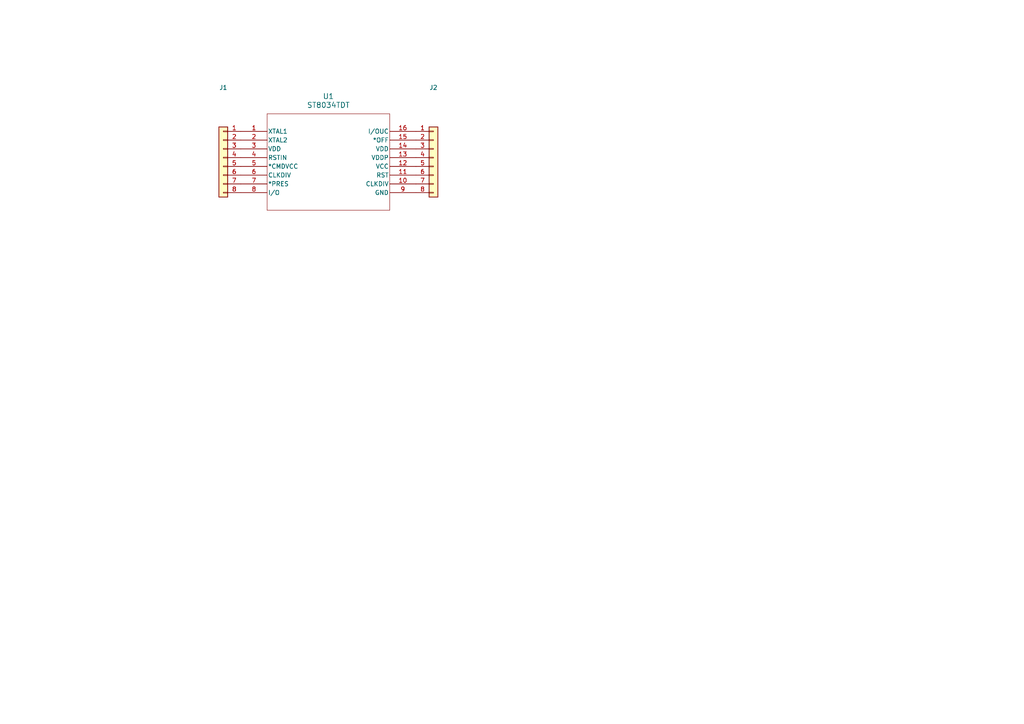
<source format=kicad_sch>
(kicad_sch
	(version 20231120)
	(generator "eeschema")
	(generator_version "8.0")
	(uuid "0d35483a-0b12-46cc-b9f2-896fd6831779")
	(paper "A4")
	(title_block
		(date "sam. 04 avril 2015")
	)
	(lib_symbols
		(symbol "Connector_Generic:Conn_01x08"
			(pin_names
				(offset 1.016) hide)
			(exclude_from_sim no)
			(in_bom yes)
			(on_board yes)
			(property "Reference" "J"
				(at 0 10.16 0)
				(effects
					(font
						(size 1.27 1.27)
					)
				)
			)
			(property "Value" "Conn_01x08"
				(at 0 -12.7 0)
				(effects
					(font
						(size 1.27 1.27)
					)
				)
			)
			(property "Footprint" ""
				(at 0 0 0)
				(effects
					(font
						(size 1.27 1.27)
					)
					(hide yes)
				)
			)
			(property "Datasheet" "~"
				(at 0 0 0)
				(effects
					(font
						(size 1.27 1.27)
					)
					(hide yes)
				)
			)
			(property "Description" "Generic connector, single row, 01x08, script generated (kicad-library-utils/schlib/autogen/connector/)"
				(at 0 0 0)
				(effects
					(font
						(size 1.27 1.27)
					)
					(hide yes)
				)
			)
			(property "ki_keywords" "connector"
				(at 0 0 0)
				(effects
					(font
						(size 1.27 1.27)
					)
					(hide yes)
				)
			)
			(property "ki_fp_filters" "Connector*:*_1x??_*"
				(at 0 0 0)
				(effects
					(font
						(size 1.27 1.27)
					)
					(hide yes)
				)
			)
			(symbol "Conn_01x08_1_1"
				(rectangle
					(start -1.27 -10.033)
					(end 0 -10.287)
					(stroke
						(width 0.1524)
						(type default)
					)
					(fill
						(type none)
					)
				)
				(rectangle
					(start -1.27 -7.493)
					(end 0 -7.747)
					(stroke
						(width 0.1524)
						(type default)
					)
					(fill
						(type none)
					)
				)
				(rectangle
					(start -1.27 -4.953)
					(end 0 -5.207)
					(stroke
						(width 0.1524)
						(type default)
					)
					(fill
						(type none)
					)
				)
				(rectangle
					(start -1.27 -2.413)
					(end 0 -2.667)
					(stroke
						(width 0.1524)
						(type default)
					)
					(fill
						(type none)
					)
				)
				(rectangle
					(start -1.27 0.127)
					(end 0 -0.127)
					(stroke
						(width 0.1524)
						(type default)
					)
					(fill
						(type none)
					)
				)
				(rectangle
					(start -1.27 2.667)
					(end 0 2.413)
					(stroke
						(width 0.1524)
						(type default)
					)
					(fill
						(type none)
					)
				)
				(rectangle
					(start -1.27 5.207)
					(end 0 4.953)
					(stroke
						(width 0.1524)
						(type default)
					)
					(fill
						(type none)
					)
				)
				(rectangle
					(start -1.27 7.747)
					(end 0 7.493)
					(stroke
						(width 0.1524)
						(type default)
					)
					(fill
						(type none)
					)
				)
				(rectangle
					(start -1.27 8.89)
					(end 1.27 -11.43)
					(stroke
						(width 0.254)
						(type default)
					)
					(fill
						(type background)
					)
				)
				(pin passive line
					(at -5.08 7.62 0)
					(length 3.81)
					(name "Pin_1"
						(effects
							(font
								(size 1.27 1.27)
							)
						)
					)
					(number "1"
						(effects
							(font
								(size 1.27 1.27)
							)
						)
					)
				)
				(pin passive line
					(at -5.08 5.08 0)
					(length 3.81)
					(name "Pin_2"
						(effects
							(font
								(size 1.27 1.27)
							)
						)
					)
					(number "2"
						(effects
							(font
								(size 1.27 1.27)
							)
						)
					)
				)
				(pin passive line
					(at -5.08 2.54 0)
					(length 3.81)
					(name "Pin_3"
						(effects
							(font
								(size 1.27 1.27)
							)
						)
					)
					(number "3"
						(effects
							(font
								(size 1.27 1.27)
							)
						)
					)
				)
				(pin passive line
					(at -5.08 0 0)
					(length 3.81)
					(name "Pin_4"
						(effects
							(font
								(size 1.27 1.27)
							)
						)
					)
					(number "4"
						(effects
							(font
								(size 1.27 1.27)
							)
						)
					)
				)
				(pin passive line
					(at -5.08 -2.54 0)
					(length 3.81)
					(name "Pin_5"
						(effects
							(font
								(size 1.27 1.27)
							)
						)
					)
					(number "5"
						(effects
							(font
								(size 1.27 1.27)
							)
						)
					)
				)
				(pin passive line
					(at -5.08 -5.08 0)
					(length 3.81)
					(name "Pin_6"
						(effects
							(font
								(size 1.27 1.27)
							)
						)
					)
					(number "6"
						(effects
							(font
								(size 1.27 1.27)
							)
						)
					)
				)
				(pin passive line
					(at -5.08 -7.62 0)
					(length 3.81)
					(name "Pin_7"
						(effects
							(font
								(size 1.27 1.27)
							)
						)
					)
					(number "7"
						(effects
							(font
								(size 1.27 1.27)
							)
						)
					)
				)
				(pin passive line
					(at -5.08 -10.16 0)
					(length 3.81)
					(name "Pin_8"
						(effects
							(font
								(size 1.27 1.27)
							)
						)
					)
					(number "8"
						(effects
							(font
								(size 1.27 1.27)
							)
						)
					)
				)
			)
		)
		(symbol "project_custom:ST8034TDT"
			(pin_names
				(offset 0.254)
			)
			(exclude_from_sim no)
			(in_bom yes)
			(on_board yes)
			(property "Reference" "U"
				(at 25.4 10.16 0)
				(effects
					(font
						(size 1.524 1.524)
					)
				)
			)
			(property "Value" "ST8034TDT"
				(at 25.4 7.62 0)
				(effects
					(font
						(size 1.524 1.524)
					)
				)
			)
			(property "Footprint" "project_custom:SO-16_STM"
				(at 0 0 0)
				(effects
					(font
						(size 1.27 1.27)
						(italic yes)
					)
					(hide yes)
				)
			)
			(property "Datasheet" "ST8034TDT"
				(at 0 0 0)
				(effects
					(font
						(size 1.27 1.27)
						(italic yes)
					)
					(hide yes)
				)
			)
			(property "Description" ""
				(at 0 0 0)
				(effects
					(font
						(size 1.27 1.27)
					)
					(hide yes)
				)
			)
			(property "ki_keywords" "ST8034TDT"
				(at 0 0 0)
				(effects
					(font
						(size 1.27 1.27)
					)
					(hide yes)
				)
			)
			(property "ki_fp_filters" "SO-16_STM SO-16_STM-M SO-16_STM-L"
				(at 0 0 0)
				(effects
					(font
						(size 1.27 1.27)
					)
					(hide yes)
				)
			)
			(symbol "ST8034TDT_0_1"
				(polyline
					(pts
						(xy 7.62 -22.86) (xy 43.18 -22.86)
					)
					(stroke
						(width 0.127)
						(type default)
					)
					(fill
						(type none)
					)
				)
				(polyline
					(pts
						(xy 7.62 5.08) (xy 7.62 -22.86)
					)
					(stroke
						(width 0.127)
						(type default)
					)
					(fill
						(type none)
					)
				)
				(polyline
					(pts
						(xy 43.18 -22.86) (xy 43.18 5.08)
					)
					(stroke
						(width 0.127)
						(type default)
					)
					(fill
						(type none)
					)
				)
				(polyline
					(pts
						(xy 43.18 5.08) (xy 7.62 5.08)
					)
					(stroke
						(width 0.127)
						(type default)
					)
					(fill
						(type none)
					)
				)
				(pin input line
					(at 0 0 0)
					(length 7.62)
					(name "XTAL1"
						(effects
							(font
								(size 1.27 1.27)
							)
						)
					)
					(number "1"
						(effects
							(font
								(size 1.27 1.27)
							)
						)
					)
				)
				(pin unspecified line
					(at 50.8 -15.24 180)
					(length 7.62)
					(name "CLKDIV"
						(effects
							(font
								(size 1.27 1.27)
							)
						)
					)
					(number "10"
						(effects
							(font
								(size 1.27 1.27)
							)
						)
					)
				)
				(pin output line
					(at 50.8 -12.7 180)
					(length 7.62)
					(name "RST"
						(effects
							(font
								(size 1.27 1.27)
							)
						)
					)
					(number "11"
						(effects
							(font
								(size 1.27 1.27)
							)
						)
					)
				)
				(pin power_in line
					(at 50.8 -10.16 180)
					(length 7.62)
					(name "VCC"
						(effects
							(font
								(size 1.27 1.27)
							)
						)
					)
					(number "12"
						(effects
							(font
								(size 1.27 1.27)
							)
						)
					)
				)
				(pin power_in line
					(at 50.8 -7.62 180)
					(length 7.62)
					(name "VDDP"
						(effects
							(font
								(size 1.27 1.27)
							)
						)
					)
					(number "13"
						(effects
							(font
								(size 1.27 1.27)
							)
						)
					)
				)
				(pin power_in line
					(at 50.8 -5.08 180)
					(length 7.62)
					(name "VDD"
						(effects
							(font
								(size 1.27 1.27)
							)
						)
					)
					(number "14"
						(effects
							(font
								(size 1.27 1.27)
							)
						)
					)
				)
				(pin output line
					(at 50.8 -2.54 180)
					(length 7.62)
					(name "*OFF"
						(effects
							(font
								(size 1.27 1.27)
							)
						)
					)
					(number "15"
						(effects
							(font
								(size 1.27 1.27)
							)
						)
					)
				)
				(pin bidirectional line
					(at 50.8 0 180)
					(length 7.62)
					(name "I/OUC"
						(effects
							(font
								(size 1.27 1.27)
							)
						)
					)
					(number "16"
						(effects
							(font
								(size 1.27 1.27)
							)
						)
					)
				)
				(pin unspecified line
					(at 0 -2.54 0)
					(length 7.62)
					(name "XTAL2"
						(effects
							(font
								(size 1.27 1.27)
							)
						)
					)
					(number "2"
						(effects
							(font
								(size 1.27 1.27)
							)
						)
					)
				)
				(pin power_in line
					(at 0 -5.08 0)
					(length 7.62)
					(name "VDD"
						(effects
							(font
								(size 1.27 1.27)
							)
						)
					)
					(number "3"
						(effects
							(font
								(size 1.27 1.27)
							)
						)
					)
				)
				(pin input line
					(at 0 -7.62 0)
					(length 7.62)
					(name "RSTIN"
						(effects
							(font
								(size 1.27 1.27)
							)
						)
					)
					(number "4"
						(effects
							(font
								(size 1.27 1.27)
							)
						)
					)
				)
				(pin power_in line
					(at 0 -10.16 0)
					(length 7.62)
					(name "*CMDVCC"
						(effects
							(font
								(size 1.27 1.27)
							)
						)
					)
					(number "5"
						(effects
							(font
								(size 1.27 1.27)
							)
						)
					)
				)
				(pin unspecified line
					(at 0 -12.7 0)
					(length 7.62)
					(name "CLKDIV"
						(effects
							(font
								(size 1.27 1.27)
							)
						)
					)
					(number "6"
						(effects
							(font
								(size 1.27 1.27)
							)
						)
					)
				)
				(pin input line
					(at 0 -15.24 0)
					(length 7.62)
					(name "*PRES"
						(effects
							(font
								(size 1.27 1.27)
							)
						)
					)
					(number "7"
						(effects
							(font
								(size 1.27 1.27)
							)
						)
					)
				)
				(pin bidirectional line
					(at 0 -17.78 0)
					(length 7.62)
					(name "I/O"
						(effects
							(font
								(size 1.27 1.27)
							)
						)
					)
					(number "8"
						(effects
							(font
								(size 1.27 1.27)
							)
						)
					)
				)
				(pin power_in line
					(at 50.8 -17.78 180)
					(length 7.62)
					(name "GND"
						(effects
							(font
								(size 1.27 1.27)
							)
						)
					)
					(number "9"
						(effects
							(font
								(size 1.27 1.27)
							)
						)
					)
				)
			)
		)
	)
	(symbol
		(lib_id "Connector_Generic:Conn_01x08")
		(at 64.77 45.72 0)
		(mirror y)
		(unit 1)
		(exclude_from_sim no)
		(in_bom yes)
		(on_board yes)
		(dnp no)
		(uuid "00000000-0000-0000-0000-000056d719df")
		(property "Reference" "J1"
			(at 64.77 25.4 0)
			(effects
				(font
					(size 1.27 1.27)
				)
			)
		)
		(property "Value" "Analog"
			(at 64.77 66.04 0)
			(effects
				(font
					(size 1.27 1.27)
				)
				(hide yes)
			)
		)
		(property "Footprint" "Connector_PinHeader_2.54mm:PinHeader_1x08_P2.54mm_Vertical"
			(at 64.77 45.72 0)
			(effects
				(font
					(size 1.27 1.27)
				)
				(hide yes)
			)
		)
		(property "Datasheet" "~"
			(at 64.77 45.72 0)
			(effects
				(font
					(size 1.27 1.27)
				)
				(hide yes)
			)
		)
		(property "Description" "Generic connector, single row, 01x08, script generated (kicad-library-utils/schlib/autogen/connector/)"
			(at 64.77 45.72 0)
			(effects
				(font
					(size 1.27 1.27)
				)
				(hide yes)
			)
		)
		(pin "1"
			(uuid "756e3adb-8e69-443b-a62a-32ab5863ff36")
		)
		(pin "2"
			(uuid "b1e20a9c-cf3d-44f3-9534-345a95b4eb58")
		)
		(pin "3"
			(uuid "375121e4-9809-4fe2-8c8a-ababeb77fa5a")
		)
		(pin "4"
			(uuid "d98ce55b-385c-4930-972d-f20d141ad63d")
		)
		(pin "5"
			(uuid "fbf62a93-0ec4-47c4-9af6-25ea6473a1da")
		)
		(pin "6"
			(uuid "e3c3dbfc-c56e-44d3-a600-0bc0c1ccf692")
		)
		(pin "7"
			(uuid "0f5db624-2771-4c60-b241-1014ae927bda")
		)
		(pin "8"
			(uuid "9470ab1c-c30b-4abc-aa67-390ddc1ed18b")
		)
		(instances
			(project "Arduino_Nano"
				(path "/0d35483a-0b12-46cc-b9f2-896fd6831779"
					(reference "J1")
					(unit 1)
				)
			)
		)
	)
	(symbol
		(lib_id "Connector_Generic:Conn_01x08")
		(at 125.73 45.72 0)
		(unit 1)
		(exclude_from_sim no)
		(in_bom yes)
		(on_board yes)
		(dnp no)
		(uuid "00000000-0000-0000-0000-000056d71a21")
		(property "Reference" "J2"
			(at 125.73 25.4 0)
			(effects
				(font
					(size 1.27 1.27)
				)
			)
		)
		(property "Value" "Digital"
			(at 125.73 66.04 0)
			(effects
				(font
					(size 1.27 1.27)
				)
				(hide yes)
			)
		)
		(property "Footprint" "Connector_PinHeader_2.54mm:PinHeader_1x08_P2.54mm_Vertical"
			(at 125.73 45.72 0)
			(effects
				(font
					(size 1.27 1.27)
				)
				(hide yes)
			)
		)
		(property "Datasheet" "~"
			(at 125.73 45.72 0)
			(effects
				(font
					(size 1.27 1.27)
				)
				(hide yes)
			)
		)
		(property "Description" "Generic connector, single row, 01x08, script generated (kicad-library-utils/schlib/autogen/connector/)"
			(at 125.73 45.72 0)
			(effects
				(font
					(size 1.27 1.27)
				)
				(hide yes)
			)
		)
		(pin "1"
			(uuid "7ae96558-a39b-4e99-b8bd-5476d49877b2")
		)
		(pin "2"
			(uuid "e390c661-a869-4586-bda2-08fc17897730")
		)
		(pin "3"
			(uuid "ed3fc17a-c008-4876-b40d-6b5f01a303c5")
		)
		(pin "4"
			(uuid "dfe4466b-3eac-480e-bc17-f6945aabecc1")
		)
		(pin "5"
			(uuid "153b8fc6-65ff-4485-9324-8310c2abeeec")
		)
		(pin "6"
			(uuid "9f1384f8-13b9-4db4-a1ea-255aeaa90284")
		)
		(pin "7"
			(uuid "1d3574be-3e2e-40ba-95d1-930b2a8ef845")
		)
		(pin "8"
			(uuid "6fd428aa-b89f-48c4-970e-416143a5e589")
		)
		(instances
			(project "Arduino_Nano"
				(path "/0d35483a-0b12-46cc-b9f2-896fd6831779"
					(reference "J2")
					(unit 1)
				)
			)
		)
	)
	(symbol
		(lib_id "project_custom:ST8034TDT")
		(at 69.85 38.1 0)
		(unit 1)
		(exclude_from_sim no)
		(in_bom yes)
		(on_board yes)
		(dnp no)
		(fields_autoplaced yes)
		(uuid "43c09dd1-68a9-4db6-8ece-105894104ff3")
		(property "Reference" "U1"
			(at 95.25 27.94 0)
			(effects
				(font
					(size 1.524 1.524)
				)
			)
		)
		(property "Value" "ST8034TDT"
			(at 95.25 30.48 0)
			(effects
				(font
					(size 1.524 1.524)
				)
			)
		)
		(property "Footprint" "project_custom:SO-16_STM"
			(at 69.85 38.1 0)
			(effects
				(font
					(size 1.27 1.27)
					(italic yes)
				)
				(hide yes)
			)
		)
		(property "Datasheet" "ST8034TDT"
			(at 69.85 38.1 0)
			(effects
				(font
					(size 1.27 1.27)
					(italic yes)
				)
				(hide yes)
			)
		)
		(property "Description" ""
			(at 69.85 38.1 0)
			(effects
				(font
					(size 1.27 1.27)
				)
				(hide yes)
			)
		)
		(pin "16"
			(uuid "548160b3-62ac-4fb9-9175-eb5e4ea87280")
		)
		(pin "8"
			(uuid "ada9049b-091a-44a0-88bc-950d492a62c5")
		)
		(pin "3"
			(uuid "a005c53f-cb40-4ef3-bf2d-d370a4e8a4cf")
		)
		(pin "12"
			(uuid "94ab2861-924c-4e08-8273-4aa9cf16561d")
		)
		(pin "4"
			(uuid "15722f13-29a0-4cb5-ab05-6db4bb7c4422")
		)
		(pin "10"
			(uuid "9a9fc310-e731-4fb5-9018-0935ad84b692")
		)
		(pin "13"
			(uuid "d47ce577-3ab2-4a9b-8b06-acc958ff16b0")
		)
		(pin "9"
			(uuid "9524020b-0286-43c7-943b-a9b627204c61")
		)
		(pin "1"
			(uuid "99c37bb0-3054-43ee-ab65-0a5948662d0d")
		)
		(pin "7"
			(uuid "e56e7766-7e2f-4ce8-b605-27c197f86a4b")
		)
		(pin "6"
			(uuid "865bf510-f413-4859-94a2-82cfeb68ad25")
		)
		(pin "14"
			(uuid "1d9ca36d-5418-48c1-b03f-8d0ad276f5e7")
		)
		(pin "11"
			(uuid "a3d0846c-6387-4bc5-930d-4ef9ec920a17")
		)
		(pin "5"
			(uuid "2985999a-b79b-41e5-b90b-f48c85c74d9c")
		)
		(pin "15"
			(uuid "b4450f46-7ec3-4350-9f08-f75e91ac6eaa")
		)
		(pin "2"
			(uuid "496ed17c-c091-407a-b612-c33eff33241a")
		)
		(instances
			(project ""
				(path "/0d35483a-0b12-46cc-b9f2-896fd6831779"
					(reference "U1")
					(unit 1)
				)
			)
		)
	)
	(sheet_instances
		(path "/"
			(page "1")
		)
	)
)

</source>
